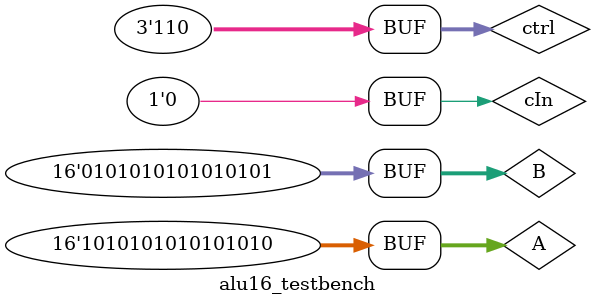
<source format=sv>
`timescale 1ns/10ps

module alu16 (
   output logic [15:0] aluOut,
   output logic        cOut,
   output logic        pg,
   output logic        gg,
   input  logic [15:0] A,
   input  logic [15:0] B,
   input  logic        cIn,
   input  logic  [2:0] ctrl
);

   logic [3:0] p, g, c;
   assign c[0] = cIn;

   genvar i;
   generate
      for (i = 0; i < 4; i++) begin : alus
         alu4 alu4 (
            .aluOut(aluOut[(4*i+3):(4*i)]),
            .cOut(),
            .pg(p[i]),
            .gg(g[i]),
            .A(A[(4*i+3):(4*i)]),
            .B(B[(4*i+3):(4*i)]),
            .cIn(c[i]),
            .ctrl
         );
      end
   endgenerate

   lcu u (.pg, .gg, .cOut, .c(c[3:1]), .p, .g, .cIn);
endmodule

module alu16_testbench ();
   logic [15:0] aluOut;
   logic        cOut, pg, gg;
   logic [15:0] A, B;
   logic        cIn;
   logic  [2:0] ctrl;

   alu16 dut (.aluOut, .cOut, .pg, .gg, .A, .B, .cIn, .ctrl);

   parameter
   ALU_PASS_B   = 3'b000,
   ALU_ADD      = 3'b010,
   ALU_SUBTRACT = 3'b011,
   ALU_AND      = 3'b100,
   ALU_OR       = 3'b101,
   ALU_XOR      = 3'b110;

   assign cIn = ctrl[0];
   initial begin
      ctrl = ALU_PASS_B;
      A = 16'hAAAA; B = 16'hCCCC; #10; assert(aluOut == B);
      A = ~A;       B = ~B;       #10; assert(aluOut == B);

      ctrl = ALU_ADD;
      A = 16'h0001; B = 16'h0001; #10; // Simple addition
      assert(aluOut == 16'h0002 && cOut == 1'b0);

      A = 16'h7FFF; B = 16'h0001; #10; // Carry to top bit
      assert(aluOut == 16'h8000 && cOut == 1'b0);

      A = 16'hFFFF; B = 4'h0001; #10; // Carry through
      assert(aluOut == 16'h0000 && cOut == 1'b1);

      A = 16'hC000; B = 16'h4CA8; #10; // Carry out
      assert(aluOut == 16'h0CA8 && cOut == 1'b1);

      A = 16'hCCAA; B = 16'h3356; #10; // Sum to 0
      assert(aluOut == 16'h0000 && cOut == 1'b1);

      A = 16'hFFFF; B = 16'hFFFF; #10; // Largest inputs
      assert(aluOut == 16'hFFFE && cOut == 1'b1);

      ctrl = ALU_SUBTRACT;
      A = 16'hCCAA; B = 16'hCCAA; #10;
      assert(aluOut == 16'h0000 && cOut == 1'b1);

      A = 16'hCCCC; B = 16'hAAAA; #10;
      assert(aluOut == 16'h2222 && cOut == 1'b1);

      A = 16'hAAAA; B = 16'hCCCC; #10;
      assert(aluOut == 16'hDDDE && cOut == 1'b0);

      ctrl = ALU_AND;
      A = 16'h0000; B = 16'h0000; #10;
      assert(aluOut == (A & B));

      A = 16'hFFFF; B = 16'hFFFF; #10;
      assert(aluOut == (A & B));

      A = 16'hAAAA; B = 16'h5555; #10;
      assert(aluOut == (A & B));

      ctrl = ALU_OR;
      A = 16'h0000; B = 16'h0000; #10;
      assert(aluOut == (A | B));

      A = 16'hFFFF; B = 16'hFFFF; #10;
      assert(aluOut == (A | B));

      A = 16'hAAAA; B = 16'h5555; #10;
      assert(aluOut == (A | B));

      ctrl = ALU_XOR;
      A = 16'h0000; B = 16'h0000; #10;
      assert(aluOut == (A ^ B));

      A = 16'hFFFF; B = 16'hFFFF; #10;
      assert(aluOut == (A ^ B));

      A = 16'hAAAA; B = 16'h5555; #10;
      assert(aluOut == (A ^ B));
   end
endmodule

</source>
